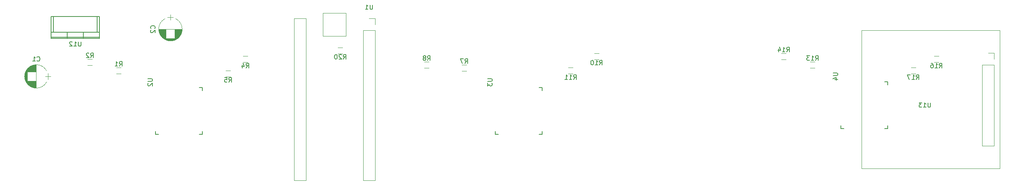
<source format=gbr>
G04 #@! TF.FileFunction,Legend,Bot*
%FSLAX46Y46*%
G04 Gerber Fmt 4.6, Leading zero omitted, Abs format (unit mm)*
G04 Created by KiCad (PCBNEW 4.0.7) date Thursday, October 12, 2017 'PMt' 07:19:01 PM*
%MOMM*%
%LPD*%
G01*
G04 APERTURE LIST*
%ADD10C,0.100000*%
%ADD11C,0.120000*%
%ADD12C,0.050000*%
%ADD13C,0.150000*%
G04 APERTURE END LIST*
D10*
D11*
X75430000Y-7575000D02*
X74430000Y-7575000D01*
X74430000Y-8935000D02*
X75430000Y-8935000D01*
X201795000Y-12020000D02*
X200795000Y-12020000D01*
X200795000Y-13380000D02*
X201795000Y-13380000D01*
X206875000Y-9480000D02*
X205875000Y-9480000D01*
X205875000Y-10840000D02*
X206875000Y-10840000D01*
X172220000Y-10205000D02*
X173220000Y-10205000D01*
X173220000Y-8845000D02*
X172220000Y-8845000D01*
X178570000Y-12110000D02*
X179570000Y-12110000D01*
X179570000Y-10750000D02*
X178570000Y-10750000D01*
X126230000Y-12020000D02*
X125230000Y-12020000D01*
X125230000Y-13380000D02*
X126230000Y-13380000D01*
X131945000Y-8845000D02*
X130945000Y-8845000D01*
X130945000Y-10205000D02*
X131945000Y-10205000D01*
X93480000Y-12110000D02*
X94480000Y-12110000D01*
X94480000Y-10750000D02*
X93480000Y-10750000D01*
X101735000Y-12745000D02*
X102735000Y-12745000D01*
X102735000Y-11385000D02*
X101735000Y-11385000D01*
X50665000Y-12655000D02*
X49665000Y-12655000D01*
X49665000Y-14015000D02*
X50665000Y-14015000D01*
X54475000Y-9480000D02*
X53475000Y-9480000D01*
X53475000Y-10840000D02*
X54475000Y-10840000D01*
X19185000Y-11475000D02*
X20185000Y-11475000D01*
X20185000Y-10115000D02*
X19185000Y-10115000D01*
X25535000Y-13380000D02*
X26535000Y-13380000D01*
X26535000Y-12020000D02*
X25535000Y-12020000D01*
D12*
X189865000Y-34290000D02*
X189865000Y-3810000D01*
X220345000Y-3810000D02*
X220345000Y-34290000D01*
X220345000Y-3810000D02*
X189865000Y-3810000D01*
X189865000Y-34290000D02*
X220345000Y-34290000D01*
D11*
X219135000Y-29270000D02*
X216475000Y-29270000D01*
X219135000Y-11430000D02*
X219135000Y-29270000D01*
X216475000Y-11430000D02*
X216475000Y-29270000D01*
X219135000Y-11430000D02*
X216475000Y-11430000D01*
X219135000Y-10160000D02*
X219135000Y-8830000D01*
X219135000Y-8830000D02*
X217805000Y-8830000D01*
D13*
X21336000Y-4191000D02*
X21336000Y-762000D01*
X11684000Y-4191000D02*
X11684000Y-762000D01*
X21844000Y-5334000D02*
X11176000Y-5334000D01*
X18288000Y-4318000D02*
X18288000Y-5588000D01*
X14732000Y-4318000D02*
X14732000Y-5588000D01*
X11176000Y-4191000D02*
X21844000Y-4191000D01*
X21844000Y-762000D02*
X11176000Y-762000D01*
X11176000Y-5588000D02*
X11176000Y-762000D01*
X21844000Y-5588000D02*
X21844000Y-762000D01*
X21844000Y-5588000D02*
X11176000Y-5588000D01*
D12*
X76200000Y0D02*
X76200000Y-5080000D01*
X76200000Y-5080000D02*
X71120000Y-5080000D01*
X71120000Y-5080000D02*
X71120000Y0D01*
X71120000Y0D02*
X76200000Y0D01*
D11*
X64706500Y-8890000D02*
X64706500Y-36893500D01*
X67373500Y-36893500D02*
X67373500Y-8890000D01*
X79946500Y-3810000D02*
X79946500Y-36893500D01*
X82613500Y-36893500D02*
X82613500Y-3810000D01*
X64706500Y-1206500D02*
X64706500Y-8890000D01*
X67373500Y-8890000D02*
X67373500Y-1206500D01*
X67370000Y-36890000D02*
X64710000Y-36890000D01*
X67370000Y-1206500D02*
X64710000Y-1206500D01*
X82610000Y-36890000D02*
X79950000Y-36890000D01*
X82610000Y-3810000D02*
X79950000Y-3810000D01*
X82610000Y-2540000D02*
X82610000Y-1210000D01*
X82610000Y-1210000D02*
X81280000Y-1210000D01*
D13*
X185325000Y-25495000D02*
X185995000Y-25495000D01*
X195675000Y-25495000D02*
X195005000Y-25495000D01*
X195675000Y-15145000D02*
X195005000Y-15145000D01*
X195675000Y-15145000D02*
X195675000Y-15815000D01*
X195675000Y-25495000D02*
X195675000Y-24825000D01*
X185325000Y-25495000D02*
X185325000Y-24825000D01*
X109125000Y-26765000D02*
X109795000Y-26765000D01*
X119475000Y-26765000D02*
X118805000Y-26765000D01*
X119475000Y-16415000D02*
X118805000Y-16415000D01*
X119475000Y-16415000D02*
X119475000Y-17085000D01*
X119475000Y-26765000D02*
X119475000Y-26095000D01*
X109125000Y-26765000D02*
X109125000Y-26095000D01*
X34195000Y-26765000D02*
X34865000Y-26765000D01*
X44545000Y-26765000D02*
X43875000Y-26765000D01*
X44545000Y-16415000D02*
X43875000Y-16415000D01*
X44545000Y-16415000D02*
X44545000Y-17085000D01*
X44545000Y-26765000D02*
X44545000Y-26095000D01*
X34195000Y-26765000D02*
X34195000Y-26095000D01*
D11*
X5584278Y-12790277D02*
G75*
G02X10195580Y-12790000I2305722J-1179723D01*
G01*
X5584278Y-15149723D02*
G75*
G03X10195580Y-15150000I2305722J1179723D01*
G01*
X5584278Y-15149723D02*
G75*
G02X5584420Y-12790000I2305722J1179723D01*
G01*
X7890000Y-11420000D02*
X7890000Y-16520000D01*
X7850000Y-11420000D02*
X7850000Y-12990000D01*
X7850000Y-14950000D02*
X7850000Y-16520000D01*
X7810000Y-11421000D02*
X7810000Y-12990000D01*
X7810000Y-14950000D02*
X7810000Y-16519000D01*
X7770000Y-11422000D02*
X7770000Y-12990000D01*
X7770000Y-14950000D02*
X7770000Y-16518000D01*
X7730000Y-11424000D02*
X7730000Y-12990000D01*
X7730000Y-14950000D02*
X7730000Y-16516000D01*
X7690000Y-11427000D02*
X7690000Y-12990000D01*
X7690000Y-14950000D02*
X7690000Y-16513000D01*
X7650000Y-11431000D02*
X7650000Y-12990000D01*
X7650000Y-14950000D02*
X7650000Y-16509000D01*
X7610000Y-11435000D02*
X7610000Y-12990000D01*
X7610000Y-14950000D02*
X7610000Y-16505000D01*
X7570000Y-11439000D02*
X7570000Y-12990000D01*
X7570000Y-14950000D02*
X7570000Y-16501000D01*
X7530000Y-11445000D02*
X7530000Y-12990000D01*
X7530000Y-14950000D02*
X7530000Y-16495000D01*
X7490000Y-11451000D02*
X7490000Y-12990000D01*
X7490000Y-14950000D02*
X7490000Y-16489000D01*
X7450000Y-11457000D02*
X7450000Y-12990000D01*
X7450000Y-14950000D02*
X7450000Y-16483000D01*
X7410000Y-11464000D02*
X7410000Y-12990000D01*
X7410000Y-14950000D02*
X7410000Y-16476000D01*
X7370000Y-11472000D02*
X7370000Y-12990000D01*
X7370000Y-14950000D02*
X7370000Y-16468000D01*
X7330000Y-11481000D02*
X7330000Y-12990000D01*
X7330000Y-14950000D02*
X7330000Y-16459000D01*
X7290000Y-11490000D02*
X7290000Y-12990000D01*
X7290000Y-14950000D02*
X7290000Y-16450000D01*
X7250000Y-11500000D02*
X7250000Y-12990000D01*
X7250000Y-14950000D02*
X7250000Y-16440000D01*
X7210000Y-11510000D02*
X7210000Y-12990000D01*
X7210000Y-14950000D02*
X7210000Y-16430000D01*
X7169000Y-11522000D02*
X7169000Y-12990000D01*
X7169000Y-14950000D02*
X7169000Y-16418000D01*
X7129000Y-11534000D02*
X7129000Y-12990000D01*
X7129000Y-14950000D02*
X7129000Y-16406000D01*
X7089000Y-11546000D02*
X7089000Y-12990000D01*
X7089000Y-14950000D02*
X7089000Y-16394000D01*
X7049000Y-11560000D02*
X7049000Y-12990000D01*
X7049000Y-14950000D02*
X7049000Y-16380000D01*
X7009000Y-11574000D02*
X7009000Y-12990000D01*
X7009000Y-14950000D02*
X7009000Y-16366000D01*
X6969000Y-11588000D02*
X6969000Y-12990000D01*
X6969000Y-14950000D02*
X6969000Y-16352000D01*
X6929000Y-11604000D02*
X6929000Y-12990000D01*
X6929000Y-14950000D02*
X6929000Y-16336000D01*
X6889000Y-11620000D02*
X6889000Y-12990000D01*
X6889000Y-14950000D02*
X6889000Y-16320000D01*
X6849000Y-11637000D02*
X6849000Y-12990000D01*
X6849000Y-14950000D02*
X6849000Y-16303000D01*
X6809000Y-11655000D02*
X6809000Y-12990000D01*
X6809000Y-14950000D02*
X6809000Y-16285000D01*
X6769000Y-11674000D02*
X6769000Y-12990000D01*
X6769000Y-14950000D02*
X6769000Y-16266000D01*
X6729000Y-11694000D02*
X6729000Y-12990000D01*
X6729000Y-14950000D02*
X6729000Y-16246000D01*
X6689000Y-11714000D02*
X6689000Y-12990000D01*
X6689000Y-14950000D02*
X6689000Y-16226000D01*
X6649000Y-11736000D02*
X6649000Y-12990000D01*
X6649000Y-14950000D02*
X6649000Y-16204000D01*
X6609000Y-11758000D02*
X6609000Y-12990000D01*
X6609000Y-14950000D02*
X6609000Y-16182000D01*
X6569000Y-11781000D02*
X6569000Y-12990000D01*
X6569000Y-14950000D02*
X6569000Y-16159000D01*
X6529000Y-11805000D02*
X6529000Y-12990000D01*
X6529000Y-14950000D02*
X6529000Y-16135000D01*
X6489000Y-11830000D02*
X6489000Y-12990000D01*
X6489000Y-14950000D02*
X6489000Y-16110000D01*
X6449000Y-11857000D02*
X6449000Y-12990000D01*
X6449000Y-14950000D02*
X6449000Y-16083000D01*
X6409000Y-11884000D02*
X6409000Y-12990000D01*
X6409000Y-14950000D02*
X6409000Y-16056000D01*
X6369000Y-11912000D02*
X6369000Y-12990000D01*
X6369000Y-14950000D02*
X6369000Y-16028000D01*
X6329000Y-11942000D02*
X6329000Y-12990000D01*
X6329000Y-14950000D02*
X6329000Y-15998000D01*
X6289000Y-11973000D02*
X6289000Y-12990000D01*
X6289000Y-14950000D02*
X6289000Y-15967000D01*
X6249000Y-12005000D02*
X6249000Y-12990000D01*
X6249000Y-14950000D02*
X6249000Y-15935000D01*
X6209000Y-12038000D02*
X6209000Y-12990000D01*
X6209000Y-14950000D02*
X6209000Y-15902000D01*
X6169000Y-12073000D02*
X6169000Y-12990000D01*
X6169000Y-14950000D02*
X6169000Y-15867000D01*
X6129000Y-12109000D02*
X6129000Y-12990000D01*
X6129000Y-14950000D02*
X6129000Y-15831000D01*
X6089000Y-12147000D02*
X6089000Y-12990000D01*
X6089000Y-14950000D02*
X6089000Y-15793000D01*
X6049000Y-12187000D02*
X6049000Y-12990000D01*
X6049000Y-14950000D02*
X6049000Y-15753000D01*
X6009000Y-12228000D02*
X6009000Y-12990000D01*
X6009000Y-14950000D02*
X6009000Y-15712000D01*
X5969000Y-12271000D02*
X5969000Y-12990000D01*
X5969000Y-14950000D02*
X5969000Y-15669000D01*
X5929000Y-12316000D02*
X5929000Y-12990000D01*
X5929000Y-14950000D02*
X5929000Y-15624000D01*
X5889000Y-12364000D02*
X5889000Y-15576000D01*
X5849000Y-12414000D02*
X5849000Y-15526000D01*
X5809000Y-12466000D02*
X5809000Y-15474000D01*
X5769000Y-12522000D02*
X5769000Y-15418000D01*
X5729000Y-12580000D02*
X5729000Y-15360000D01*
X5689000Y-12643000D02*
X5689000Y-15297000D01*
X5649000Y-12709000D02*
X5649000Y-15231000D01*
X5609000Y-12781000D02*
X5609000Y-15159000D01*
X5569000Y-12858000D02*
X5569000Y-15082000D01*
X5529000Y-12942000D02*
X5529000Y-14998000D01*
X5489000Y-13036000D02*
X5489000Y-14904000D01*
X5449000Y-13141000D02*
X5449000Y-14799000D01*
X5409000Y-13263000D02*
X5409000Y-14677000D01*
X5369000Y-13411000D02*
X5369000Y-14529000D01*
X5329000Y-13616000D02*
X5329000Y-14324000D01*
X11090000Y-13970000D02*
X9890000Y-13970000D01*
X10490000Y-13320000D02*
X10490000Y-14620000D01*
X36285277Y-5845722D02*
G75*
G02X36285000Y-1234420I1179723J2305722D01*
G01*
X38644723Y-5845722D02*
G75*
G03X38645000Y-1234420I-1179723J2305722D01*
G01*
X38644723Y-5845722D02*
G75*
G02X36285000Y-5845580I-1179723J2305722D01*
G01*
X34915000Y-3540000D02*
X40015000Y-3540000D01*
X34915000Y-3580000D02*
X36485000Y-3580000D01*
X38445000Y-3580000D02*
X40015000Y-3580000D01*
X34916000Y-3620000D02*
X36485000Y-3620000D01*
X38445000Y-3620000D02*
X40014000Y-3620000D01*
X34917000Y-3660000D02*
X36485000Y-3660000D01*
X38445000Y-3660000D02*
X40013000Y-3660000D01*
X34919000Y-3700000D02*
X36485000Y-3700000D01*
X38445000Y-3700000D02*
X40011000Y-3700000D01*
X34922000Y-3740000D02*
X36485000Y-3740000D01*
X38445000Y-3740000D02*
X40008000Y-3740000D01*
X34926000Y-3780000D02*
X36485000Y-3780000D01*
X38445000Y-3780000D02*
X40004000Y-3780000D01*
X34930000Y-3820000D02*
X36485000Y-3820000D01*
X38445000Y-3820000D02*
X40000000Y-3820000D01*
X34934000Y-3860000D02*
X36485000Y-3860000D01*
X38445000Y-3860000D02*
X39996000Y-3860000D01*
X34940000Y-3900000D02*
X36485000Y-3900000D01*
X38445000Y-3900000D02*
X39990000Y-3900000D01*
X34946000Y-3940000D02*
X36485000Y-3940000D01*
X38445000Y-3940000D02*
X39984000Y-3940000D01*
X34952000Y-3980000D02*
X36485000Y-3980000D01*
X38445000Y-3980000D02*
X39978000Y-3980000D01*
X34959000Y-4020000D02*
X36485000Y-4020000D01*
X38445000Y-4020000D02*
X39971000Y-4020000D01*
X34967000Y-4060000D02*
X36485000Y-4060000D01*
X38445000Y-4060000D02*
X39963000Y-4060000D01*
X34976000Y-4100000D02*
X36485000Y-4100000D01*
X38445000Y-4100000D02*
X39954000Y-4100000D01*
X34985000Y-4140000D02*
X36485000Y-4140000D01*
X38445000Y-4140000D02*
X39945000Y-4140000D01*
X34995000Y-4180000D02*
X36485000Y-4180000D01*
X38445000Y-4180000D02*
X39935000Y-4180000D01*
X35005000Y-4220000D02*
X36485000Y-4220000D01*
X38445000Y-4220000D02*
X39925000Y-4220000D01*
X35017000Y-4261000D02*
X36485000Y-4261000D01*
X38445000Y-4261000D02*
X39913000Y-4261000D01*
X35029000Y-4301000D02*
X36485000Y-4301000D01*
X38445000Y-4301000D02*
X39901000Y-4301000D01*
X35041000Y-4341000D02*
X36485000Y-4341000D01*
X38445000Y-4341000D02*
X39889000Y-4341000D01*
X35055000Y-4381000D02*
X36485000Y-4381000D01*
X38445000Y-4381000D02*
X39875000Y-4381000D01*
X35069000Y-4421000D02*
X36485000Y-4421000D01*
X38445000Y-4421000D02*
X39861000Y-4421000D01*
X35083000Y-4461000D02*
X36485000Y-4461000D01*
X38445000Y-4461000D02*
X39847000Y-4461000D01*
X35099000Y-4501000D02*
X36485000Y-4501000D01*
X38445000Y-4501000D02*
X39831000Y-4501000D01*
X35115000Y-4541000D02*
X36485000Y-4541000D01*
X38445000Y-4541000D02*
X39815000Y-4541000D01*
X35132000Y-4581000D02*
X36485000Y-4581000D01*
X38445000Y-4581000D02*
X39798000Y-4581000D01*
X35150000Y-4621000D02*
X36485000Y-4621000D01*
X38445000Y-4621000D02*
X39780000Y-4621000D01*
X35169000Y-4661000D02*
X36485000Y-4661000D01*
X38445000Y-4661000D02*
X39761000Y-4661000D01*
X35189000Y-4701000D02*
X36485000Y-4701000D01*
X38445000Y-4701000D02*
X39741000Y-4701000D01*
X35209000Y-4741000D02*
X36485000Y-4741000D01*
X38445000Y-4741000D02*
X39721000Y-4741000D01*
X35231000Y-4781000D02*
X36485000Y-4781000D01*
X38445000Y-4781000D02*
X39699000Y-4781000D01*
X35253000Y-4821000D02*
X36485000Y-4821000D01*
X38445000Y-4821000D02*
X39677000Y-4821000D01*
X35276000Y-4861000D02*
X36485000Y-4861000D01*
X38445000Y-4861000D02*
X39654000Y-4861000D01*
X35300000Y-4901000D02*
X36485000Y-4901000D01*
X38445000Y-4901000D02*
X39630000Y-4901000D01*
X35325000Y-4941000D02*
X36485000Y-4941000D01*
X38445000Y-4941000D02*
X39605000Y-4941000D01*
X35352000Y-4981000D02*
X36485000Y-4981000D01*
X38445000Y-4981000D02*
X39578000Y-4981000D01*
X35379000Y-5021000D02*
X36485000Y-5021000D01*
X38445000Y-5021000D02*
X39551000Y-5021000D01*
X35407000Y-5061000D02*
X36485000Y-5061000D01*
X38445000Y-5061000D02*
X39523000Y-5061000D01*
X35437000Y-5101000D02*
X36485000Y-5101000D01*
X38445000Y-5101000D02*
X39493000Y-5101000D01*
X35468000Y-5141000D02*
X36485000Y-5141000D01*
X38445000Y-5141000D02*
X39462000Y-5141000D01*
X35500000Y-5181000D02*
X36485000Y-5181000D01*
X38445000Y-5181000D02*
X39430000Y-5181000D01*
X35533000Y-5221000D02*
X36485000Y-5221000D01*
X38445000Y-5221000D02*
X39397000Y-5221000D01*
X35568000Y-5261000D02*
X36485000Y-5261000D01*
X38445000Y-5261000D02*
X39362000Y-5261000D01*
X35604000Y-5301000D02*
X36485000Y-5301000D01*
X38445000Y-5301000D02*
X39326000Y-5301000D01*
X35642000Y-5341000D02*
X36485000Y-5341000D01*
X38445000Y-5341000D02*
X39288000Y-5341000D01*
X35682000Y-5381000D02*
X36485000Y-5381000D01*
X38445000Y-5381000D02*
X39248000Y-5381000D01*
X35723000Y-5421000D02*
X36485000Y-5421000D01*
X38445000Y-5421000D02*
X39207000Y-5421000D01*
X35766000Y-5461000D02*
X36485000Y-5461000D01*
X38445000Y-5461000D02*
X39164000Y-5461000D01*
X35811000Y-5501000D02*
X36485000Y-5501000D01*
X38445000Y-5501000D02*
X39119000Y-5501000D01*
X35859000Y-5541000D02*
X39071000Y-5541000D01*
X35909000Y-5581000D02*
X39021000Y-5581000D01*
X35961000Y-5621000D02*
X38969000Y-5621000D01*
X36017000Y-5661000D02*
X38913000Y-5661000D01*
X36075000Y-5701000D02*
X38855000Y-5701000D01*
X36138000Y-5741000D02*
X38792000Y-5741000D01*
X36204000Y-5781000D02*
X38726000Y-5781000D01*
X36276000Y-5821000D02*
X38654000Y-5821000D01*
X36353000Y-5861000D02*
X38577000Y-5861000D01*
X36437000Y-5901000D02*
X38493000Y-5901000D01*
X36531000Y-5941000D02*
X38399000Y-5941000D01*
X36636000Y-5981000D02*
X38294000Y-5981000D01*
X36758000Y-6021000D02*
X38172000Y-6021000D01*
X36906000Y-6061000D02*
X38024000Y-6061000D01*
X37111000Y-6101000D02*
X37819000Y-6101000D01*
X37465000Y-340000D02*
X37465000Y-1540000D01*
X36815000Y-940000D02*
X38115000Y-940000D01*
D13*
X75572857Y-10157381D02*
X75906191Y-9681190D01*
X76144286Y-10157381D02*
X76144286Y-9157381D01*
X75763333Y-9157381D01*
X75668095Y-9205000D01*
X75620476Y-9252619D01*
X75572857Y-9347857D01*
X75572857Y-9490714D01*
X75620476Y-9585952D01*
X75668095Y-9633571D01*
X75763333Y-9681190D01*
X76144286Y-9681190D01*
X75191905Y-9252619D02*
X75144286Y-9205000D01*
X75049048Y-9157381D01*
X74810952Y-9157381D01*
X74715714Y-9205000D01*
X74668095Y-9252619D01*
X74620476Y-9347857D01*
X74620476Y-9443095D01*
X74668095Y-9585952D01*
X75239524Y-10157381D01*
X74620476Y-10157381D01*
X74001429Y-9157381D02*
X73906190Y-9157381D01*
X73810952Y-9205000D01*
X73763333Y-9252619D01*
X73715714Y-9347857D01*
X73668095Y-9538333D01*
X73668095Y-9776429D01*
X73715714Y-9966905D01*
X73763333Y-10062143D01*
X73810952Y-10109762D01*
X73906190Y-10157381D01*
X74001429Y-10157381D01*
X74096667Y-10109762D01*
X74144286Y-10062143D01*
X74191905Y-9966905D01*
X74239524Y-9776429D01*
X74239524Y-9538333D01*
X74191905Y-9347857D01*
X74144286Y-9252619D01*
X74096667Y-9205000D01*
X74001429Y-9157381D01*
X201937857Y-14602381D02*
X202271191Y-14126190D01*
X202509286Y-14602381D02*
X202509286Y-13602381D01*
X202128333Y-13602381D01*
X202033095Y-13650000D01*
X201985476Y-13697619D01*
X201937857Y-13792857D01*
X201937857Y-13935714D01*
X201985476Y-14030952D01*
X202033095Y-14078571D01*
X202128333Y-14126190D01*
X202509286Y-14126190D01*
X200985476Y-14602381D02*
X201556905Y-14602381D01*
X201271191Y-14602381D02*
X201271191Y-13602381D01*
X201366429Y-13745238D01*
X201461667Y-13840476D01*
X201556905Y-13888095D01*
X200652143Y-13602381D02*
X199985476Y-13602381D01*
X200414048Y-14602381D01*
X207017857Y-12062381D02*
X207351191Y-11586190D01*
X207589286Y-12062381D02*
X207589286Y-11062381D01*
X207208333Y-11062381D01*
X207113095Y-11110000D01*
X207065476Y-11157619D01*
X207017857Y-11252857D01*
X207017857Y-11395714D01*
X207065476Y-11490952D01*
X207113095Y-11538571D01*
X207208333Y-11586190D01*
X207589286Y-11586190D01*
X206065476Y-12062381D02*
X206636905Y-12062381D01*
X206351191Y-12062381D02*
X206351191Y-11062381D01*
X206446429Y-11205238D01*
X206541667Y-11300476D01*
X206636905Y-11348095D01*
X205208333Y-11062381D02*
X205398810Y-11062381D01*
X205494048Y-11110000D01*
X205541667Y-11157619D01*
X205636905Y-11300476D01*
X205684524Y-11490952D01*
X205684524Y-11871905D01*
X205636905Y-11967143D01*
X205589286Y-12014762D01*
X205494048Y-12062381D01*
X205303571Y-12062381D01*
X205208333Y-12014762D01*
X205160714Y-11967143D01*
X205113095Y-11871905D01*
X205113095Y-11633810D01*
X205160714Y-11538571D01*
X205208333Y-11490952D01*
X205303571Y-11443333D01*
X205494048Y-11443333D01*
X205589286Y-11490952D01*
X205636905Y-11538571D01*
X205684524Y-11633810D01*
X173362857Y-8527381D02*
X173696191Y-8051190D01*
X173934286Y-8527381D02*
X173934286Y-7527381D01*
X173553333Y-7527381D01*
X173458095Y-7575000D01*
X173410476Y-7622619D01*
X173362857Y-7717857D01*
X173362857Y-7860714D01*
X173410476Y-7955952D01*
X173458095Y-8003571D01*
X173553333Y-8051190D01*
X173934286Y-8051190D01*
X172410476Y-8527381D02*
X172981905Y-8527381D01*
X172696191Y-8527381D02*
X172696191Y-7527381D01*
X172791429Y-7670238D01*
X172886667Y-7765476D01*
X172981905Y-7813095D01*
X171553333Y-7860714D02*
X171553333Y-8527381D01*
X171791429Y-7479762D02*
X172029524Y-8194048D01*
X171410476Y-8194048D01*
X179712857Y-10432381D02*
X180046191Y-9956190D01*
X180284286Y-10432381D02*
X180284286Y-9432381D01*
X179903333Y-9432381D01*
X179808095Y-9480000D01*
X179760476Y-9527619D01*
X179712857Y-9622857D01*
X179712857Y-9765714D01*
X179760476Y-9860952D01*
X179808095Y-9908571D01*
X179903333Y-9956190D01*
X180284286Y-9956190D01*
X178760476Y-10432381D02*
X179331905Y-10432381D01*
X179046191Y-10432381D02*
X179046191Y-9432381D01*
X179141429Y-9575238D01*
X179236667Y-9670476D01*
X179331905Y-9718095D01*
X178427143Y-9432381D02*
X177808095Y-9432381D01*
X178141429Y-9813333D01*
X177998571Y-9813333D01*
X177903333Y-9860952D01*
X177855714Y-9908571D01*
X177808095Y-10003810D01*
X177808095Y-10241905D01*
X177855714Y-10337143D01*
X177903333Y-10384762D01*
X177998571Y-10432381D01*
X178284286Y-10432381D01*
X178379524Y-10384762D01*
X178427143Y-10337143D01*
X126372857Y-14602381D02*
X126706191Y-14126190D01*
X126944286Y-14602381D02*
X126944286Y-13602381D01*
X126563333Y-13602381D01*
X126468095Y-13650000D01*
X126420476Y-13697619D01*
X126372857Y-13792857D01*
X126372857Y-13935714D01*
X126420476Y-14030952D01*
X126468095Y-14078571D01*
X126563333Y-14126190D01*
X126944286Y-14126190D01*
X125420476Y-14602381D02*
X125991905Y-14602381D01*
X125706191Y-14602381D02*
X125706191Y-13602381D01*
X125801429Y-13745238D01*
X125896667Y-13840476D01*
X125991905Y-13888095D01*
X124468095Y-14602381D02*
X125039524Y-14602381D01*
X124753810Y-14602381D02*
X124753810Y-13602381D01*
X124849048Y-13745238D01*
X124944286Y-13840476D01*
X125039524Y-13888095D01*
X132087857Y-11427381D02*
X132421191Y-10951190D01*
X132659286Y-11427381D02*
X132659286Y-10427381D01*
X132278333Y-10427381D01*
X132183095Y-10475000D01*
X132135476Y-10522619D01*
X132087857Y-10617857D01*
X132087857Y-10760714D01*
X132135476Y-10855952D01*
X132183095Y-10903571D01*
X132278333Y-10951190D01*
X132659286Y-10951190D01*
X131135476Y-11427381D02*
X131706905Y-11427381D01*
X131421191Y-11427381D02*
X131421191Y-10427381D01*
X131516429Y-10570238D01*
X131611667Y-10665476D01*
X131706905Y-10713095D01*
X130516429Y-10427381D02*
X130421190Y-10427381D01*
X130325952Y-10475000D01*
X130278333Y-10522619D01*
X130230714Y-10617857D01*
X130183095Y-10808333D01*
X130183095Y-11046429D01*
X130230714Y-11236905D01*
X130278333Y-11332143D01*
X130325952Y-11379762D01*
X130421190Y-11427381D01*
X130516429Y-11427381D01*
X130611667Y-11379762D01*
X130659286Y-11332143D01*
X130706905Y-11236905D01*
X130754524Y-11046429D01*
X130754524Y-10808333D01*
X130706905Y-10617857D01*
X130659286Y-10522619D01*
X130611667Y-10475000D01*
X130516429Y-10427381D01*
X94146666Y-10432381D02*
X94480000Y-9956190D01*
X94718095Y-10432381D02*
X94718095Y-9432381D01*
X94337142Y-9432381D01*
X94241904Y-9480000D01*
X94194285Y-9527619D01*
X94146666Y-9622857D01*
X94146666Y-9765714D01*
X94194285Y-9860952D01*
X94241904Y-9908571D01*
X94337142Y-9956190D01*
X94718095Y-9956190D01*
X93575238Y-9860952D02*
X93670476Y-9813333D01*
X93718095Y-9765714D01*
X93765714Y-9670476D01*
X93765714Y-9622857D01*
X93718095Y-9527619D01*
X93670476Y-9480000D01*
X93575238Y-9432381D01*
X93384761Y-9432381D01*
X93289523Y-9480000D01*
X93241904Y-9527619D01*
X93194285Y-9622857D01*
X93194285Y-9670476D01*
X93241904Y-9765714D01*
X93289523Y-9813333D01*
X93384761Y-9860952D01*
X93575238Y-9860952D01*
X93670476Y-9908571D01*
X93718095Y-9956190D01*
X93765714Y-10051429D01*
X93765714Y-10241905D01*
X93718095Y-10337143D01*
X93670476Y-10384762D01*
X93575238Y-10432381D01*
X93384761Y-10432381D01*
X93289523Y-10384762D01*
X93241904Y-10337143D01*
X93194285Y-10241905D01*
X93194285Y-10051429D01*
X93241904Y-9956190D01*
X93289523Y-9908571D01*
X93384761Y-9860952D01*
X102401666Y-11067381D02*
X102735000Y-10591190D01*
X102973095Y-11067381D02*
X102973095Y-10067381D01*
X102592142Y-10067381D01*
X102496904Y-10115000D01*
X102449285Y-10162619D01*
X102401666Y-10257857D01*
X102401666Y-10400714D01*
X102449285Y-10495952D01*
X102496904Y-10543571D01*
X102592142Y-10591190D01*
X102973095Y-10591190D01*
X102068333Y-10067381D02*
X101401666Y-10067381D01*
X101830238Y-11067381D01*
X50331666Y-15237381D02*
X50665000Y-14761190D01*
X50903095Y-15237381D02*
X50903095Y-14237381D01*
X50522142Y-14237381D01*
X50426904Y-14285000D01*
X50379285Y-14332619D01*
X50331666Y-14427857D01*
X50331666Y-14570714D01*
X50379285Y-14665952D01*
X50426904Y-14713571D01*
X50522142Y-14761190D01*
X50903095Y-14761190D01*
X49426904Y-14237381D02*
X49903095Y-14237381D01*
X49950714Y-14713571D01*
X49903095Y-14665952D01*
X49807857Y-14618333D01*
X49569761Y-14618333D01*
X49474523Y-14665952D01*
X49426904Y-14713571D01*
X49379285Y-14808810D01*
X49379285Y-15046905D01*
X49426904Y-15142143D01*
X49474523Y-15189762D01*
X49569761Y-15237381D01*
X49807857Y-15237381D01*
X49903095Y-15189762D01*
X49950714Y-15142143D01*
X54141666Y-12062381D02*
X54475000Y-11586190D01*
X54713095Y-12062381D02*
X54713095Y-11062381D01*
X54332142Y-11062381D01*
X54236904Y-11110000D01*
X54189285Y-11157619D01*
X54141666Y-11252857D01*
X54141666Y-11395714D01*
X54189285Y-11490952D01*
X54236904Y-11538571D01*
X54332142Y-11586190D01*
X54713095Y-11586190D01*
X53284523Y-11395714D02*
X53284523Y-12062381D01*
X53522619Y-11014762D02*
X53760714Y-11729048D01*
X53141666Y-11729048D01*
X19851666Y-9797381D02*
X20185000Y-9321190D01*
X20423095Y-9797381D02*
X20423095Y-8797381D01*
X20042142Y-8797381D01*
X19946904Y-8845000D01*
X19899285Y-8892619D01*
X19851666Y-8987857D01*
X19851666Y-9130714D01*
X19899285Y-9225952D01*
X19946904Y-9273571D01*
X20042142Y-9321190D01*
X20423095Y-9321190D01*
X19470714Y-8892619D02*
X19423095Y-8845000D01*
X19327857Y-8797381D01*
X19089761Y-8797381D01*
X18994523Y-8845000D01*
X18946904Y-8892619D01*
X18899285Y-8987857D01*
X18899285Y-9083095D01*
X18946904Y-9225952D01*
X19518333Y-9797381D01*
X18899285Y-9797381D01*
X26201666Y-11702381D02*
X26535000Y-11226190D01*
X26773095Y-11702381D02*
X26773095Y-10702381D01*
X26392142Y-10702381D01*
X26296904Y-10750000D01*
X26249285Y-10797619D01*
X26201666Y-10892857D01*
X26201666Y-11035714D01*
X26249285Y-11130952D01*
X26296904Y-11178571D01*
X26392142Y-11226190D01*
X26773095Y-11226190D01*
X25249285Y-11702381D02*
X25820714Y-11702381D01*
X25535000Y-11702381D02*
X25535000Y-10702381D01*
X25630238Y-10845238D01*
X25725476Y-10940476D01*
X25820714Y-10988095D01*
X205073095Y-19772381D02*
X205073095Y-20581905D01*
X205025476Y-20677143D01*
X204977857Y-20724762D01*
X204882619Y-20772381D01*
X204692142Y-20772381D01*
X204596904Y-20724762D01*
X204549285Y-20677143D01*
X204501666Y-20581905D01*
X204501666Y-19772381D01*
X203501666Y-20772381D02*
X204073095Y-20772381D01*
X203787381Y-20772381D02*
X203787381Y-19772381D01*
X203882619Y-19915238D01*
X203977857Y-20010476D01*
X204073095Y-20058095D01*
X203168333Y-19772381D02*
X202549285Y-19772381D01*
X202882619Y-20153333D01*
X202739761Y-20153333D01*
X202644523Y-20200952D01*
X202596904Y-20248571D01*
X202549285Y-20343810D01*
X202549285Y-20581905D01*
X202596904Y-20677143D01*
X202644523Y-20724762D01*
X202739761Y-20772381D01*
X203025476Y-20772381D01*
X203120714Y-20724762D01*
X203168333Y-20677143D01*
X17748095Y-6310381D02*
X17748095Y-7119905D01*
X17700476Y-7215143D01*
X17652857Y-7262762D01*
X17557619Y-7310381D01*
X17367142Y-7310381D01*
X17271904Y-7262762D01*
X17224285Y-7215143D01*
X17176666Y-7119905D01*
X17176666Y-6310381D01*
X16176666Y-7310381D02*
X16748095Y-7310381D01*
X16462381Y-7310381D02*
X16462381Y-6310381D01*
X16557619Y-6453238D01*
X16652857Y-6548476D01*
X16748095Y-6596095D01*
X15795714Y-6405619D02*
X15748095Y-6358000D01*
X15652857Y-6310381D01*
X15414761Y-6310381D01*
X15319523Y-6358000D01*
X15271904Y-6405619D01*
X15224285Y-6500857D01*
X15224285Y-6596095D01*
X15271904Y-6738952D01*
X15843333Y-7310381D01*
X15224285Y-7310381D01*
X82041905Y1817619D02*
X82041905Y1008095D01*
X81994286Y912857D01*
X81946667Y865238D01*
X81851429Y817619D01*
X81660952Y817619D01*
X81565714Y865238D01*
X81518095Y912857D01*
X81470476Y1008095D01*
X81470476Y1817619D01*
X80470476Y817619D02*
X81041905Y817619D01*
X80756191Y817619D02*
X80756191Y1817619D01*
X80851429Y1674762D01*
X80946667Y1579524D01*
X81041905Y1531905D01*
X183602381Y-13208095D02*
X184411905Y-13208095D01*
X184507143Y-13255714D01*
X184554762Y-13303333D01*
X184602381Y-13398571D01*
X184602381Y-13589048D01*
X184554762Y-13684286D01*
X184507143Y-13731905D01*
X184411905Y-13779524D01*
X183602381Y-13779524D01*
X183935714Y-14684286D02*
X184602381Y-14684286D01*
X183554762Y-14446190D02*
X184269048Y-14208095D01*
X184269048Y-14827143D01*
X107402381Y-14478095D02*
X108211905Y-14478095D01*
X108307143Y-14525714D01*
X108354762Y-14573333D01*
X108402381Y-14668571D01*
X108402381Y-14859048D01*
X108354762Y-14954286D01*
X108307143Y-15001905D01*
X108211905Y-15049524D01*
X107402381Y-15049524D01*
X107402381Y-15430476D02*
X107402381Y-16049524D01*
X107783333Y-15716190D01*
X107783333Y-15859048D01*
X107830952Y-15954286D01*
X107878571Y-16001905D01*
X107973810Y-16049524D01*
X108211905Y-16049524D01*
X108307143Y-16001905D01*
X108354762Y-15954286D01*
X108402381Y-15859048D01*
X108402381Y-15573333D01*
X108354762Y-15478095D01*
X108307143Y-15430476D01*
X32472381Y-14478095D02*
X33281905Y-14478095D01*
X33377143Y-14525714D01*
X33424762Y-14573333D01*
X33472381Y-14668571D01*
X33472381Y-14859048D01*
X33424762Y-14954286D01*
X33377143Y-15001905D01*
X33281905Y-15049524D01*
X32472381Y-15049524D01*
X32567619Y-15478095D02*
X32520000Y-15525714D01*
X32472381Y-15620952D01*
X32472381Y-15859048D01*
X32520000Y-15954286D01*
X32567619Y-16001905D01*
X32662857Y-16049524D01*
X32758095Y-16049524D01*
X32900952Y-16001905D01*
X33472381Y-15430476D01*
X33472381Y-16049524D01*
X8056666Y-10517143D02*
X8104285Y-10564762D01*
X8247142Y-10612381D01*
X8342380Y-10612381D01*
X8485238Y-10564762D01*
X8580476Y-10469524D01*
X8628095Y-10374286D01*
X8675714Y-10183810D01*
X8675714Y-10040952D01*
X8628095Y-9850476D01*
X8580476Y-9755238D01*
X8485238Y-9660000D01*
X8342380Y-9612381D01*
X8247142Y-9612381D01*
X8104285Y-9660000D01*
X8056666Y-9707619D01*
X7104285Y-10612381D02*
X7675714Y-10612381D01*
X7390000Y-10612381D02*
X7390000Y-9612381D01*
X7485238Y-9755238D01*
X7580476Y-9850476D01*
X7675714Y-9898095D01*
X34012143Y-3373334D02*
X34059762Y-3325715D01*
X34107381Y-3182858D01*
X34107381Y-3087620D01*
X34059762Y-2944762D01*
X33964524Y-2849524D01*
X33869286Y-2801905D01*
X33678810Y-2754286D01*
X33535952Y-2754286D01*
X33345476Y-2801905D01*
X33250238Y-2849524D01*
X33155000Y-2944762D01*
X33107381Y-3087620D01*
X33107381Y-3182858D01*
X33155000Y-3325715D01*
X33202619Y-3373334D01*
X33202619Y-3754286D02*
X33155000Y-3801905D01*
X33107381Y-3897143D01*
X33107381Y-4135239D01*
X33155000Y-4230477D01*
X33202619Y-4278096D01*
X33297857Y-4325715D01*
X33393095Y-4325715D01*
X33535952Y-4278096D01*
X34107381Y-3706667D01*
X34107381Y-4325715D01*
M02*

</source>
